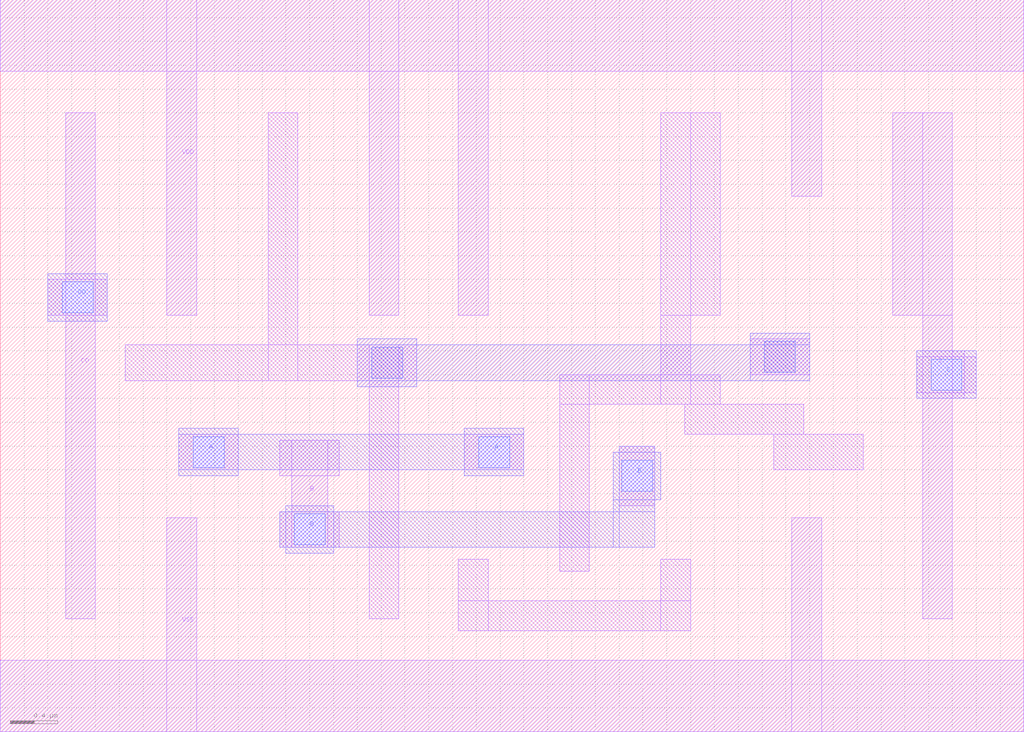
<source format=lef>
# Copyright 2022 Google LLC
# Licensed under the Apache License, Version 2.0 (the "License");
# you may not use this file except in compliance with the License.
# You may obtain a copy of the License at
#
#      http://www.apache.org/licenses/LICENSE-2.0
#
# Unless required by applicable law or agreed to in writing, software
# distributed under the License is distributed on an "AS IS" BASIS,
# WITHOUT WARRANTIES OR CONDITIONS OF ANY KIND, either express or implied.
# See the License for the specific language governing permissions and
# limitations under the License.
VERSION 5.7 ;
BUSBITCHARS "[]" ;
DIVIDERCHAR "/" ;

MACRO gf180mcu_osu_sc_gp9t3v3__addh_1
  CLASS CORE ;
  ORIGIN 0 0 ;
  FOREIGN gf180mcu_osu_sc_gp9t3v3__addh_1 0 0 ;
  SIZE 8.6 BY 6.15 ;
  SYMMETRY X Y ;
  SITE GF180_3p3_12t ;
  PIN VDD
    DIRECTION INOUT ;
    USE POWER ;
    SHAPE ABUTMENT ;
    PORT
      LAYER MET1 ;
        RECT 0 5.55 8.6 6.15 ;
        RECT 6.65 4.5 6.9 6.15 ;
        RECT 3.85 3.5 4.1 6.15 ;
        RECT 3.1 3.5 3.35 6.15 ;
        RECT 1.4 3.5 1.65 6.15 ;
    END
  END VDD
  PIN VSS
    DIRECTION INOUT ;
    USE GROUND ;
    PORT
      LAYER MET1 ;
        RECT 0 0 8.6 0.6 ;
        RECT 6.65 0 6.9 1.8 ;
        RECT 1.4 0 1.65 1.8 ;
    END
  END VSS
  PIN A
    DIRECTION INPUT ;
    USE SIGNAL ;
    PORT
      LAYER MET1 ;
        RECT 3.9 2.2 4.4 2.5 ;
        RECT 1.5 2.2 2 2.5 ;
      LAYER MET2 ;
        RECT 3.9 2.15 4.4 2.55 ;
        RECT 1.5 2.2 4.4 2.5 ;
        RECT 1.5 2.15 2 2.55 ;
      LAYER VIA12 ;
        RECT 1.62 2.22 1.88 2.48 ;
        RECT 4.02 2.22 4.28 2.48 ;
    END
  END A
  PIN B
    DIRECTION INPUT ;
    USE SIGNAL ;
    PORT
      LAYER MET1 ;
        RECT 5.2 1.9 5.5 2.4 ;
        RECT 2.35 2.15 2.85 2.45 ;
        RECT 2.35 1.55 2.85 1.85 ;
        RECT 2.45 1.55 2.75 2.45 ;
      LAYER MET2 ;
        RECT 5.15 1.95 5.55 2.35 ;
        RECT 5.2 1.55 5.5 2.4 ;
        RECT 5.15 1.55 5.5 2.35 ;
        RECT 2.35 1.55 5.5 1.85 ;
        RECT 2.4 1.5 2.8 1.9 ;
      LAYER VIA12 ;
        RECT 2.47 1.57 2.73 1.83 ;
        RECT 5.22 2.02 5.48 2.28 ;
    END
  END B
  PIN CO
    DIRECTION OUTPUT ;
    USE SIGNAL ;
    PORT
      LAYER MET1 ;
        RECT 0.4 3.5 0.9 3.8 ;
        RECT 0.55 0.95 0.8 5.2 ;
      LAYER MET2 ;
        RECT 0.4 3.45 0.9 3.85 ;
      LAYER VIA12 ;
        RECT 0.52 3.52 0.78 3.78 ;
    END
  END CO
  PIN S
    DIRECTION OUTPUT ;
    USE SIGNAL ;
    PORT
      LAYER MET1 ;
        RECT 7.7 2.85 8.2 3.15 ;
        RECT 7.75 2.8 8.1 3.2 ;
        RECT 7.5 3.5 8 5.2 ;
        RECT 7.75 0.95 8 5.2 ;
      LAYER MET2 ;
        RECT 7.7 2.8 8.2 3.2 ;
      LAYER VIA12 ;
        RECT 7.82 2.87 8.08 3.13 ;
    END
  END S
  OBS
    LAYER MET2 ;
      RECT 6.3 2.95 6.8 3.35 ;
      RECT 3 2.9 3.5 3.3 ;
      RECT 3 2.95 6.8 3.25 ;
    LAYER VIA12 ;
      RECT 6.42 3.02 6.68 3.28 ;
      RECT 3.12 2.97 3.38 3.23 ;
    LAYER MET1 ;
      RECT 5.55 3.5 6.05 5.2 ;
      RECT 5.55 2.75 5.8 5.2 ;
      RECT 4.7 2.75 6.05 3 ;
      RECT 5.75 2.5 6.75 2.75 ;
      RECT 4.7 1.35 4.95 3 ;
      RECT 6.5 2.2 7.25 2.5 ;
      RECT 5.55 0.85 5.8 1.45 ;
      RECT 3.85 0.85 4.1 1.45 ;
      RECT 3.85 0.85 5.8 1.1 ;
      RECT 2.25 2.95 2.5 5.2 ;
      RECT 1.05 2.95 3.5 3.25 ;
      RECT 3.1 0.95 3.35 3.25 ;
      RECT 6.3 3 6.8 3.3 ;
  END
END gf180mcu_osu_sc_gp9t3v3__addh_1

</source>
